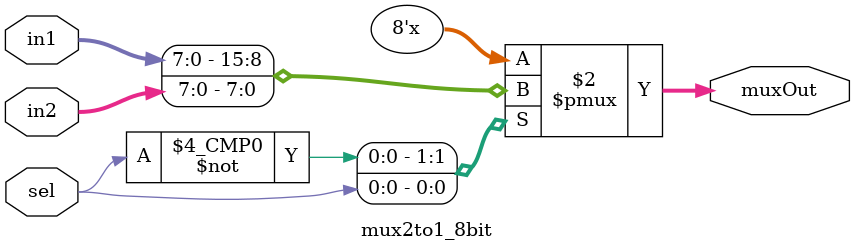
<source format=v>

module D_ff_PC(input clk, input reset, input regWrite, input d, output reg q);
	always@(negedge clk)
		begin
			if(reset)
				q=0;
			else
				if(regWrite == 1) begin q=d; end
		end
endmodule
// PC register
module register8bit_PC(input clk, input reset, input regWrite, input [7:0] writeData, output  [7:0] outR);
	D_ff_PC d0(clk,reset,regWrite,writeData[0],outR[0]);
	D_ff_PC d1(clk,reset,regWrite,writeData[1],outR[1]);
	D_ff_PC d2(clk,reset,regWrite,writeData[2],outR[2]);
	D_ff_PC d3(clk,reset,regWrite,writeData[3],outR[3]);
	D_ff_PC d4(clk,reset,regWrite,writeData[4],outR[4]);
	D_ff_PC d5(clk,reset,regWrite,writeData[5],outR[5]);
	D_ff_PC d6(clk,reset,regWrite,writeData[6],outR[6]);
	D_ff_PC d7(clk,reset,regWrite,writeData[7],outR[7]);
endmodule

// End of PC

module adderPC(input [7:0] pcOut, output [7:0] pcAdderOut);

	always @ (pcOut) begin
		pcAdderOut = pcOut + 8'b0000_0010;
	end

endmodule

module mux2to1_8bit(input [7:0] in1, input [7:0] in2, input sel, output reg [7:0] muxOut );
  always @ ( in1 or in2 or sel )
  begin
    case ( sel )
      1'b0: muxOut = in1;
      1'b1: muxOut = in2;
    endcase
  end
endmodule

</source>
